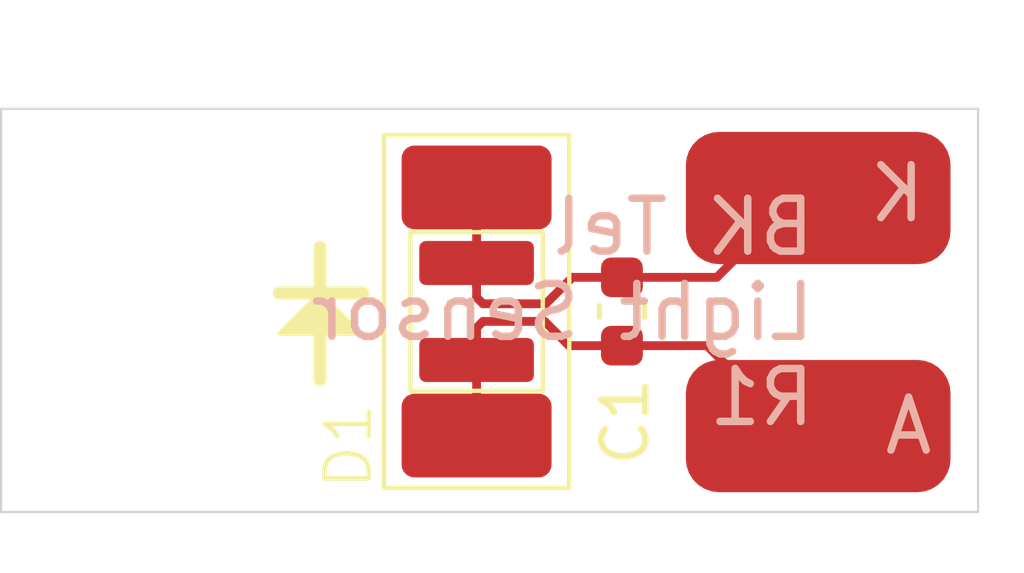
<source format=kicad_pcb>
(kicad_pcb (version 20241229) (generator "pcbnew") (generator_version "9.0")
  (layers (0 "F.Cu" signal) (2 "B.Cu" signal) (13 "F.Paste" user) (15 "B.Paste" user) (5 "F.SilkS" user "F.Silkscreen") (7 "B.SilkS" user "B.Silkscreen") (1 "F.Mask" user) (3 "B.Mask" user) (25 "Edge.Cuts" user))
  (net 0 "")
  (net 1 "/Cathode")
  (net 2 "/Anode")
  (footprint "MountingHole:MountingHole_3.2mm_M3" (layer "F.Cu") (at 138.875 89.65)
    (property "Reference" "H1" (hide yes))
    (property "Value" "MountingHole" (hide yes))
    (pad "" np_thru_hole circle (at 0 0) (size 3.2 3.2) (drill 3.2) (layers "*.Cu" "*.Mask"))
  )
  (footprint "Capacitor_SMD:C_0603_1608Metric" (layer "F.Cu") (at 149.15 89.65 90)
    (property "Reference" "C1" (at -2.5 0.075 90) (layer "F.SilkS"))
    (property "Value" "0.1uF")
    (fp_line (start -0.14058 -0.51) (end 0.14058 -0.51) (stroke (width 0.12)) (layer "F.SilkS"))
    (fp_line (start -0.14058 0.51) (end 0.14058 0.51) (stroke (width 0.12)) (layer "F.SilkS"))
    (pad "1" smd roundrect (at -0.775 0 90) (size 0.9 0.95) (layers "F.Cu" "F.Mask" "F.Paste") (net 2 "/Anode"))
    (pad "2" smd roundrect (at 0.775 0 90) (size 0.9 0.95) (layers "F.Cu" "F.Mask" "F.Paste") (net 1 "/Cathode"))
  )
  (footprint "My_Footprints:pad_smd_3x6" (layer "F.Cu") (at 153.6 92.25)
    (property "Reference" "J1" (hide yes))
    (property "Value" "Conn_01x01")
    (pad "1" smd roundrect (at 0 0 90) (size 3 6) (layers "F.Cu" "F.Mask" "F.Paste") (net 2 "/Anode"))
  )
  (footprint "My_Footprints:SFH 2716 A01" (layer "F.Cu") (at 145.855 89.65)
    (property "Reference" "D2" (hide yes))
    (property "Value" "SFH 2716 A01")
    (fp_rect (start -1.5 -1.8) (end 1.5 1.8) (stroke (width 0.1)) (fill no) (layer "F.SilkS"))
    (pad "1" smd roundrect (at 0 -1.1) (size 2.6 1) (layers "F.Cu" "F.Mask" "F.Paste") (roundrect_rratio 0.15) (net 1 "/Cathode"))
    (pad "2" smd roundrect (at 0 1.1) (size 2.6 1) (layers "F.Cu" "F.Mask" "F.Paste") (roundrect_rratio 0.15) (net 2 "/Anode"))
  )
  (footprint "My_Footprints:SFH 2440" (layer "F.Cu") (at 145.855 89.65)
    (property "Reference" "D1" (at -2.905 3.05 90) (layer "F.SilkS") (effects (font (thickness 0.1))))
    (property "Value" "SFH 2440")
    (fp_rect (start -2.1 -4) (end 2.1 4) (stroke (width 0.1)) (fill no) (layer "F.SilkS"))
    (pad "1" smd roundrect (at 0 -2.815) (size 3.4 1.9) (layers "F.Cu" "F.Mask" "F.Paste") (roundrect_rratio 0.15) (net 1 "/Cathode"))
    (pad "2" smd roundrect (at 0 2.815) (size 3.4 1.9) (layers "F.Cu" "F.Mask" "F.Paste") (roundrect_rratio 0.15) (net 2 "/Anode"))
  )
  (footprint "My_Footprints:pad_smd_3x6" (layer "F.Cu") (at 153.6 87.075)
    (property "Reference" "J2" (hide yes))
    (property "Value" "Conn_01x01")
    (pad "1" smd roundrect (at 0 0 90) (size 3 6) (layers "F.Cu" "F.Mask" "F.Paste") (net 1 "/Cathode"))
  )
  (gr_line (start 142.305 89.23) (end 143.225 90.15) (stroke (width 0.1)) (layer "F.SilkS"))
  (gr_line (start 142.305 89.2) (end 142.305 88.2) (stroke (width 0.3)) (layer "F.SilkS"))
  (gr_line (start 142.305 91.19) (end 142.305 90.19) (stroke (width 0.3)) (layer "F.SilkS"))
  (gr_line (start 143.28 89.23) (end 141.385 89.23) (stroke (width 0.3)) (layer "F.SilkS"))
  (gr_line (start 143.225 90.15) (end 141.425 90.15) (stroke (width 0.1)) (layer "F.SilkS"))
  (gr_line (start 142.305 89.23) (end 141.385 90.15) (stroke (width 0.1)) (layer "F.SilkS"))
  (gr_poly (pts (xy 141.385 90.15) (xy 142.305 89.23) (xy 143.225 90.15)) (stroke (width 0.1)) (fill yes) (layer "F.SilkS"))
  (gr_rect (start 135.075 85.05) (end 157.225 94.2) (stroke (width 0.05)) (fill no) (layer "Edge.Cuts"))
  (gr_text "BK Tel\nLight Sensor\nR1" (at 153.6 92.3 0) (layer "B.SilkS") (effects (font (size 1.2 1.2) (thickness 0.17)) (justify left bottom mirror)))
  (gr_text "A" (at 156.275 92.95 0) (layer "B.SilkS") (effects (font (size 1.2 1.2) (thickness 0.17)) (justify left bottom mirror)))
  (gr_text "K" (at 156.103571 87.675 0) (layer "B.SilkS") (effects (font (size 1.2 1.2) (thickness 0.17)) (justify left bottom mirror)))
  (segment (start 147.6 89.3) (end 148.025 88.875) (width 0.2) (layer "F.Cu") (net 1))
  (segment (start 147.425 89.475) (end 147.6 89.3) (width 0.2) (layer "F.Cu") (net 1))
  (segment (start 145.855 86.835) (end 145.855 88.55) (width 0.2) (layer "F.Cu") (net 1))
  (segment (start 146 89.475) (end 147.425 89.475) (width 0.2) (layer "F.Cu") (net 1))
  (segment (start 148.025 88.875) (end 148.825 88.875) (width 0.2) (layer "F.Cu") (net 1))
  (segment (start 145.855 88.55) (end 145.855 89.08) (width 0.2) (layer "F.Cu") (net 1))
  (segment (start 145.855 88.55) (end 145.855 89.33) (width 0.2) (layer "F.Cu") (net 1))
  (segment (start 145.855 89.33) (end 146 89.475) (width 0.2) (layer "F.Cu") (net 1))
  (segment (start 148.825 88.875) (end 151.302 88.875) (width 0.2) (layer "F.Cu") (net 1))
  (segment (start 151.302 88.875) (end 152.977 87.2) (width 0.2) (layer "F.Cu") (net 1))
  (segment (start 147.95 90.425) (end 148.825 90.425) (width 0.2) (layer "F.Cu") (net 2))
  (segment (start 151.077 90.425) (end 152.977 92.325) (width 0.2) (layer "F.Cu") (net 2))
  (segment (start 146 89.875) (end 147.4 89.875) (width 0.2) (layer "F.Cu") (net 2))
  (segment (start 148.825 90.425) (end 151.077 90.425) (width 0.2) (layer "F.Cu") (net 2))
  (segment (start 145.855 90.75) (end 145.855 92.465) (width 0.2) (layer "F.Cu") (net 2))
  (segment (start 145.855 90.75) (end 146.085 90.52) (width 0.2) (layer "F.Cu") (net 2))
  (segment (start 145.855 90.75) (end 145.855 90.02) (width 0.2) (layer "F.Cu") (net 2))
  (segment (start 145.855 90.02) (end 146 89.875) (width 0.2) (layer "F.Cu") (net 2))
  (segment (start 147.4 89.875) (end 147.95 90.425) (width 0.2) (layer "F.Cu") (net 2))
)
</source>
